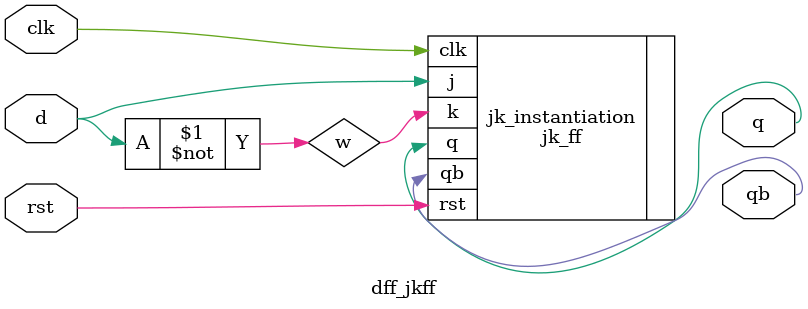
<source format=v>
`include "jk_ff.v"
module dff_jkff(d,clk,rst,q,qb);
  input d,rst,clk;
  output q,qb;
  wire w;
  not g1(w,d);
  jk_ff jk_instantiation(.j(d),.k(w),.clk(clk),.rst(rst),.q(q),.qb(qb));

endmodule

</source>
